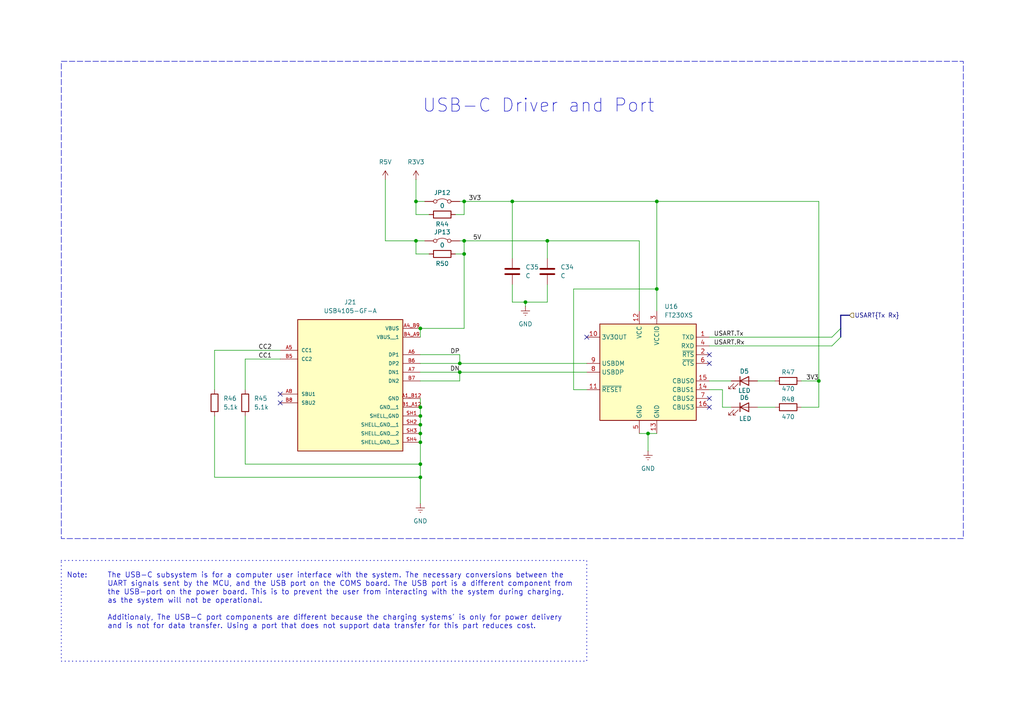
<source format=kicad_sch>
(kicad_sch (version 20231120) (generator "eeschema") (generator_version "8.0")
  (paper "A4")
  (title_block (title "MoP - USB-C") (rev "1.1") (company "ESE  - Conestoga") (comment 1 "Nigel Sinclair") (comment 2 "Matvey Regentov"))
  (lib_symbols
    (symbol "Device:C" (pin_numbers hide) (pin_names (offset 0.254))
      (property "Reference" "C" (at 0.635 2.54 0))
      (property "Value" "C" (at 0.635 -2.54 0))
      (symbol "C_0_1"
        (polyline (pts (xy -2.032 -0.762) (xy 2.032 -0.762)) (stroke (width 0.508)))
        (polyline (pts (xy -2.032 0.762) (xy 2.032 0.762)) (stroke (width 0.508)))
      )
      (symbol "C_1_1"
        (pin passive line (at 0 3.81 270) (length 2.794) (name "~") (number "1"))
        (pin passive line (at 0 -3.81 90) (length 2.794) (name "~") (number "2"))
      )
    )
    (symbol "Device:LED" (pin_numbers hide) (pin_names (offset 1.016) hide)
      (property "Reference" "D" (at 0 2.54 0))
      (property "Value" "LED" (at 0 -2.54 0))
      (symbol "LED_0_1"
        (polyline (pts (xy -1.27 -1.27) (xy -1.27 1.27)) (stroke (width 0.254)))
        (polyline (pts (xy -1.27 0) (xy 1.27 0)))
        (polyline (pts (xy 1.27 -1.27) (xy 1.27 1.27) (xy -1.27 0) (xy 1.27 -1.27)) (stroke (width 0.254)))
        (polyline (pts (xy -3.048 -0.762) (xy -4.572 -2.286) (xy -3.81 -2.286) (xy -4.572 -2.286) (xy -4.572 -1.524)))
        (polyline (pts (xy -1.778 -0.762) (xy -3.302 -2.286) (xy -2.54 -2.286) (xy -3.302 -2.286) (xy -3.302 -1.524)))
      )
      (symbol "LED_1_1"
        (pin passive line (at -3.81 0 0) (length 2.54) (name "K") (number "1"))
        (pin passive line (at 3.81 0 180) (length 2.54) (name "A") (number "2"))
      )
    )
    (symbol "Device:R" (pin_numbers hide) (pin_names (offset 0))
      (property "Reference" "R" (at 2.032 0 90))
      (property "Value" "R" (at 0 0 90))
      (symbol "R_0_1"
        (rectangle (start -1.016 -2.54) (end 1.016 2.54) (stroke (width 0.254)))
      )
      (symbol "R_1_1"
        (pin passive line (at 0 3.81 270) (length 1.27) (name "~") (number "1"))
        (pin passive line (at 0 -3.81 90) (length 1.27) (name "~") (number "2"))
      )
    )
    (symbol "Interface_USB:FT230XS"
      (property "Reference" "U" (at -13.97 15.24 0))
      (property "Value" "FT230XS" (at 7.62 15.24 0))
      (symbol "FT230XS_0_1"
        (rectangle (start -13.97 13.97) (end 13.97 -13.97) (stroke (width 0.254)) (fill (type background)))
      )
      (symbol "FT230XS_1_1"
        (pin output line (at 17.78 10.16 180) (length 3.81) (name "TXD") (number "1"))
        (pin power_out line (at -17.78 10.16 0) (length 3.81) (name "3V3OUT") (number "10"))
        (pin input line (at -17.78 -5.08 0) (length 3.81) (name "~{RESET}") (number "11"))
        (pin power_in line (at -2.54 17.78 270) (length 3.81) (name "VCC") (number "12"))
        (pin power_in line (at 2.54 -17.78 90) (length 3.81) (name "GND") (number "13"))
        (pin bidirectional line (at 17.78 -5.08 180) (length 3.81) (name "CBUS1") (number "14"))
        (pin bidirectional line (at 17.78 -2.54 180) (length 3.81) (name "CBUS0") (number "15"))
        (pin bidirectional line (at 17.78 -10.16 180) (length 3.81) (name "CBUS3") (number "16"))
        (pin output line (at 17.78 5.08 180) (length 3.81) (name "~{RTS}") (number "2"))
        (pin power_in line (at 2.54 17.78 270) (length 3.81) (name "VCCIO") (number "3"))
        (pin input line (at 17.78 7.62 180) (length 3.81) (name "RXD") (number "4"))
        (pin power_in line (at -2.54 -17.78 90) (length 3.81) (name "GND") (number "5"))
        (pin input line (at 17.78 2.54 180) (length 3.81) (name "~{CTS}") (number "6"))
        (pin bidirectional line (at 17.78 -7.62 180) (length 3.81) (name "CBUS2") (number "7"))
        (pin bidirectional line (at -17.78 0 0) (length 3.81) (name "USBDP") (number "8"))
        (pin bidirectional line (at -17.78 2.54 0) (length 3.81) (name "USBDM") (number "9"))
      )
    )
    (symbol "Jumper:Jumper_2_Bridged" (pin_numbers hide) (pin_names (offset 0) hide) (exclude_from_sim yes)
      (property "Reference" "JP" (at 0 1.905 0))
      (property "Value" "Jumper_2_Bridged" (at 0 -2.54 0))
      (symbol "Jumper_2_Bridged_0_0"
        (circle (center -2.032 0) (radius 0.508))
        (circle (center 2.032 0) (radius 0.508))
      )
      (symbol "Jumper_2_Bridged_0_1"
        (arc (start 1.524 0.254) (mid 0 0.762) (end -1.524 0.254))
      )
      (symbol "Jumper_2_Bridged_1_1"
        (pin passive line (at -5.08 0 0) (length 2.54) (name "A") (number "1"))
        (pin passive line (at 5.08 0 180) (length 2.54) (name "B") (number "2"))
      )
    )
    (symbol "Nigels_Library:USB4105-GF-A" (pin_names (offset 1.016))
      (property "Reference" "J" (at -15.24 13.97 0))
      (property "Value" "USB4105-GF-A" (at -15.24 -27.94 0))
      (symbol "USB4105-GF-A_0_0"
        (rectangle (start -15.24 12.7) (end 15.24 -25.4) (stroke (width 0.254)) (fill (type background)))
        (pin power_in line (at 20.32 -10.16 180) (length 5.08) (name "GND") (number "A1_B12"))
        (pin power_in line (at 20.32 10.16 180) (length 5.08) (name "VBUS") (number "A4_B9"))
        (pin bidirectional line (at -20.32 3.81 0) (length 5.08) (name "CC1") (number "A5"))
        (pin bidirectional line (at 20.32 2.54 180) (length 5.08) (name "DP1") (number "A6"))
        (pin bidirectional line (at 20.32 -2.54 180) (length 5.08) (name "DN1") (number "A7"))
        (pin bidirectional line (at -20.32 -8.89 0) (length 5.08) (name "SBU1") (number "A8"))
        (pin power_in line (at 20.32 -12.7 180) (length 5.08) (name "GND__1") (number "B1_A12"))
        (pin power_in line (at 20.32 7.62 180) (length 5.08) (name "VBUS__1") (number "B4_A9"))
        (pin bidirectional line (at -20.32 1.27 0) (length 5.08) (name "CC2") (number "B5"))
        (pin bidirectional line (at 20.32 0 180) (length 5.08) (name "DP2") (number "B6"))
        (pin bidirectional line (at 20.32 -5.08 180) (length 5.08) (name "DN2") (number "B7"))
        (pin bidirectional line (at -20.32 -11.43 0) (length 5.08) (name "SBU2") (number "B8"))
        (pin power_in line (at 20.32 -15.24 180) (length 5.08) (name "SHELL_GND") (number "SH1"))
        (pin power_in line (at 20.32 -17.78 180) (length 5.08) (name "SHELL_GND__1") (number "SH2"))
        (pin power_in line (at 20.32 -20.32 180) (length 5.08) (name "SHELL_GND__2") (number "SH3"))
        (pin power_in line (at 20.32 -22.86 180) (length 5.08) (name "SHELL_GND__3") (number "SH4"))
      )
    )
    (symbol "power:+3V3" (power) (pin_numbers hide) (pin_names (offset 0) hide)
      (property "Value" "+3V3" (at 0 3.556 0))
      (symbol "+3V3_0_1"
        (polyline (pts (xy -0.762 1.27) (xy 0 2.54)))
        (polyline (pts (xy 0 0) (xy 0 2.54)))
        (polyline (pts (xy 0 2.54) (xy 0.762 1.27)))
      )
      (symbol "+3V3_1_1"
        (pin power_in line (at 0 0 90) (length 0) (name "~") (number "1"))
      )
    )
    (symbol "power:GNDREF" (power) (pin_numbers hide) (pin_names (offset 0) hide)
      (property "Value" "GNDREF" (at 0 -3.81 0))
      (symbol "GNDREF_0_1"
        (polyline (pts (xy -0.635 -1.905) (xy 0.635 -1.905)))
        (polyline (pts (xy -0.127 -2.54) (xy 0.127 -2.54)))
        (polyline (pts (xy 0 -1.27) (xy 0 0)))
        (polyline (pts (xy 1.27 -1.27) (xy -1.27 -1.27)))
      )
      (symbol "GNDREF_1_1"
        (pin power_in line (at 0 0 270) (length 0) (name "~") (number "1"))
      )
    )
  )
  (junction (at 120.65 69.85))
  (junction (at 121.92 128.27))
  (junction (at 121.92 125.73))
  (junction (at 237.49 110.49))
  (junction (at 133.35 107.95))
  (junction (at 148.59 58.42))
  (junction (at 120.65 58.42))
  (junction (at 152.4 87.63))
  (junction (at 187.96 125.73))
  (junction (at 134.62 73.66))
  (junction (at 190.5 83.82))
  (junction (at 158.75 69.85))
  (junction (at 134.62 69.85))
  (junction (at 133.35 105.41))
  (junction (at 134.62 58.42))
  (junction (at 190.5 58.42))
  (junction (at 121.92 123.19))
  (junction (at 121.92 120.65))
  (junction (at 121.92 134.62))
  (junction (at 121.92 95.25))
  (junction (at 121.92 138.43))
  (junction (at 121.92 118.11))
  (no_connect (at 170.18 97.79))
  (no_connect (at 205.74 102.87))
  (no_connect (at 205.74 118.11))
  (no_connect (at 205.74 105.41))
  (no_connect (at 81.28 114.3))
  (no_connect (at 205.74 115.57))
  (no_connect (at 81.28 116.84))
  (bus_entry (at 241.3 100.33) (size 2.54 -2.54))
  (bus_entry (at 241.3 97.79) (size 2.54 -2.54))
  (wire (pts (xy 148.59 87.63) (xy 152.4 87.63)))
  (wire (pts (xy 124.46 73.66) (xy 120.65 73.66)))
  (wire (pts (xy 190.5 58.42) (xy 190.5 83.82)))
  (wire (pts (xy 219.71 118.11) (xy 224.79 118.11)))
  (wire (pts (xy 237.49 110.49) (xy 237.49 118.11)))
  (wire (pts (xy 121.92 120.65) (xy 121.92 118.11)))
  (wire (pts (xy 166.37 83.82) (xy 190.5 83.82)))
  (wire (pts (xy 121.92 95.25) (xy 121.92 97.79)))
  (wire (pts (xy 133.35 69.85) (xy 134.62 69.85)))
  (wire (pts (xy 111.76 69.85) (xy 120.65 69.85)))
  (wire (pts (xy 71.12 104.14) (xy 71.12 113.03)))
  (wire (pts (xy 152.4 88.9) (xy 152.4 87.63)))
  (wire (pts (xy 237.49 58.42) (xy 237.49 110.49)))
  (wire (pts (xy 152.4 87.63) (xy 158.75 87.63)))
  (wire (pts (xy 81.28 104.14) (xy 71.12 104.14)))
  (bus (pts (xy 243.84 95.25) (xy 243.84 97.79)))
  (wire (pts (xy 124.46 62.23) (xy 120.65 62.23)))
  (wire (pts (xy 121.92 125.73) (xy 121.92 123.19)))
  (wire (pts (xy 219.71 110.49) (xy 224.79 110.49)))
  (wire (pts (xy 120.65 73.66) (xy 120.65 69.85)))
  (bus (pts (xy 243.84 91.44) (xy 246.38 91.44)))
  (wire (pts (xy 71.12 134.62) (xy 121.92 134.62)))
  (wire (pts (xy 134.62 73.66) (xy 134.62 69.85)))
  (wire (pts (xy 121.92 118.11) (xy 121.92 115.57)))
  (wire (pts (xy 185.42 90.17) (xy 185.42 69.85)))
  (wire (pts (xy 205.74 110.49) (xy 212.09 110.49)))
  (wire (pts (xy 133.35 105.41) (xy 170.18 105.41)))
  (wire (pts (xy 111.76 52.07) (xy 111.76 69.85)))
  (wire (pts (xy 209.55 118.11) (xy 212.09 118.11)))
  (wire (pts (xy 133.35 58.42) (xy 134.62 58.42)))
  (wire (pts (xy 133.35 107.95) (xy 133.35 110.49)))
  (wire (pts (xy 166.37 113.03) (xy 166.37 83.82)))
  (wire (pts (xy 190.5 58.42) (xy 148.59 58.42)))
  (wire (pts (xy 148.59 58.42) (xy 148.59 74.93)))
  (wire (pts (xy 81.28 101.6) (xy 62.23 101.6)))
  (wire (pts (xy 237.49 118.11) (xy 232.41 118.11)))
  (wire (pts (xy 120.65 62.23) (xy 120.65 58.42)))
  (wire (pts (xy 190.5 83.82) (xy 190.5 90.17)))
  (wire (pts (xy 187.96 125.73) (xy 187.96 130.81)))
  (wire (pts (xy 121.92 146.05) (xy 121.92 138.43)))
  (wire (pts (xy 237.49 110.49) (xy 232.41 110.49)))
  (wire (pts (xy 120.65 69.85) (xy 123.19 69.85)))
  (wire (pts (xy 120.65 58.42) (xy 123.19 58.42)))
  (wire (pts (xy 121.92 95.25) (xy 134.62 95.25)))
  (wire (pts (xy 133.35 107.95) (xy 170.18 107.95)))
  (wire (pts (xy 121.92 107.95) (xy 133.35 107.95)))
  (wire (pts (xy 121.92 128.27) (xy 121.92 125.73)))
  (wire (pts (xy 209.55 113.03) (xy 209.55 118.11)))
  (wire (pts (xy 133.35 102.87) (xy 133.35 105.41)))
  (wire (pts (xy 121.92 110.49) (xy 133.35 110.49)))
  (wire (pts (xy 120.65 52.07) (xy 120.65 58.42)))
  (wire (pts (xy 205.74 113.03) (xy 209.55 113.03)))
  (wire (pts (xy 187.96 125.73) (xy 190.5 125.73)))
  (wire (pts (xy 134.62 62.23) (xy 132.08 62.23)))
  (wire (pts (xy 121.92 138.43) (xy 121.92 134.62)))
  (wire (pts (xy 185.42 69.85) (xy 158.75 69.85)))
  (wire (pts (xy 158.75 82.55) (xy 158.75 87.63)))
  (wire (pts (xy 190.5 58.42) (xy 237.49 58.42)))
  (wire (pts (xy 205.74 100.33) (xy 241.3 100.33)))
  (wire (pts (xy 121.92 105.41) (xy 133.35 105.41)))
  (wire (pts (xy 205.74 97.79) (xy 241.3 97.79)))
  (wire (pts (xy 62.23 138.43) (xy 121.92 138.43)))
  (wire (pts (xy 185.42 125.73) (xy 187.96 125.73)))
  (wire (pts (xy 134.62 69.85) (xy 158.75 69.85)))
  (wire (pts (xy 121.92 134.62) (xy 121.92 128.27)))
  (wire (pts (xy 121.92 102.87) (xy 133.35 102.87)))
  (wire (pts (xy 148.59 82.55) (xy 148.59 87.63)))
  (wire (pts (xy 62.23 120.65) (xy 62.23 138.43)))
  (wire (pts (xy 62.23 101.6) (xy 62.23 113.03)))
  (wire (pts (xy 134.62 95.25) (xy 134.62 73.66)))
  (wire (pts (xy 158.75 69.85) (xy 158.75 74.93)))
  (wire (pts (xy 121.92 123.19) (xy 121.92 120.65)))
  (wire (pts (xy 134.62 73.66) (xy 132.08 73.66)))
  (wire (pts (xy 71.12 120.65) (xy 71.12 134.62)))
  (wire (pts (xy 134.62 58.42) (xy 134.62 62.23)))
  (wire (pts (xy 170.18 113.03) (xy 166.37 113.03)))
  (bus (pts (xy 243.84 91.44) (xy 243.84 95.25)))
  (wire (pts (xy 134.62 58.42) (xy 148.59 58.42)))
  (rectangle (start 17.78 162.56) (end 170.18 191.77) (stroke (width 0.254) (type dot)))
  (rectangle (start 17.78 17.78) (end 279.4 156.21) (stroke (width 0) (type dash)))
  (text "USB-C Driver and Port\n" (at 156.21 30.734 0) (effects (font (size 3.81 3.81))))
  (text "Note: 	The USB-C subsystem is for a computer user interface with the system. The necessary conversions between the \n		UART signals sent by the MCU, and the USB port on the COMS board. The USB port is a different component from \n		the USB-port on the power board. This is to prevent the user from interacting with the system during charging, \n		as the system will not be operational. \n\n		Additionaly, The USB-C port components are different because the charging systems' is only for power delivery \n		and is not for data transfer. Using a port that does not support data transfer for this part reduces cost.\n		" (at 19.304 175.514 0) (effects (font (size 1.524 1.524)) (justify left)))
  (label "DP" (at 133.35 102.87 180))
  (label "USART.Rx" (at 207.01 100.33 0))
  (label "3V3" (at 135.89 58.42 0))
  (label "CC2" (at 74.93 101.6 0))
  (label "3V3" (at 237.49 110.49 180))
  (label "USART.Tx" (at 207.01 97.79 0))
  (label "CC1" (at 74.93 104.14 0))
  (label "DN" (at 133.35 107.95 180))
  (label "5V" (at 137.16 69.85 0))
  (hierarchical_label "USART{Tx Rx}" (shape input) (at 246.38 91.44 0))
  (symbol (lib_id "Device:LED") (at 215.9 110.49 0) (unit 1)
    (property "Reference" "D5" (at 215.9 107.696 0))
    (property "Value" "LED" (at 215.9 113.284 0))
    (property "Footprint" "LED_SMD:LED_0805_2012Metric" (effects (hide yes)))
    (property "Description" "Light emitting diode" (effects (hide yes)))
  )
  (symbol (lib_id "power:+3V3") (at 120.65 52.07 0) (unit 1)
    (property "Reference" "#PWR026" (effects (hide yes)))
    (property "Value" "R3V3" (at 120.65 46.99 0))
    (property "Description" "Power symbol creates a global label with name \"+3V3\"" (effects (hide yes)))
  )
  (symbol (lib_id "Jumper:Jumper_2_Bridged") (at 128.27 69.85 0) (unit 1) (exclude_from_sim yes)
    (property "Reference" "JP13" (at 128.27 67.31 0))
    (property "Value" "Jumper_2_Bridged" (effects (hide yes)))
    (property "Description" "Jumper, 2-pole, closed/bridged" (effects (hide yes)))
  )
  (symbol (lib_id "Nigels_Library:USB4105-GF-A") (at 101.6 105.41 0) (unit 1)
    (property "Reference" "J21" (at 101.6 87.63 0))
    (property "Value" "USB4105-GF-A" (at 101.6 90.17 0))
    (property "Footprint" "Nigels_Library:GCT_USB4105-GF-A" (effects (hide yes)))
    (property "PARTREV" "B4" (effects (hide yes)))
    (property "STANDARD" "Manufacturer Recommendations" (effects (hide yes)))
    (property "MAXIMUM_PACKAGE_HEIGHT" "3.31 mm" (effects (hide yes)))
    (property "MANUFACTURER" "GCT" (effects (hide yes)))
  )
  (symbol (lib_id "Device:R") (at 62.23 116.84 0) (unit 1)
    (property "Reference" "R46" (at 64.77 115.5699 0) (effects (justify left)))
    (property "Value" "5.1k" (at 64.77 118.1099 0) (effects (justify left)))
    (property "Footprint" "Resistor_SMD:R_0805_2012Metric" (effects (hide yes)))
    (property "Description" "Resistor" (effects (hide yes)))
  )
  (symbol (lib_id "power:GNDREF") (at 187.96 130.81 0) (unit 1)
    (property "Reference" "#PWR018" (effects (hide yes)))
    (property "Value" "GND" (at 187.96 135.89 0))
    (property "Description" "Power symbol creates a global label with name \"GNDREF\" , reference supply ground" (effects (hide yes)))
  )
  (symbol (lib_id "power:+3V3") (at 111.76 52.07 0) (unit 1)
    (property "Reference" "#PWR027" (effects (hide yes)))
    (property "Value" "R5V" (at 111.76 46.99 0))
    (property "Description" "Power symbol creates a global label with name \"+3V3\"" (effects (hide yes)))
  )
  (symbol (lib_id "Jumper:Jumper_2_Bridged") (at 128.27 58.42 0) (unit 1) (exclude_from_sim yes)
    (property "Reference" "JP12" (at 128.27 55.88 0))
    (property "Value" "Jumper_2_Bridged" (effects (hide yes)))
    (property "Description" "Jumper, 2-pole, closed/bridged" (effects (hide yes)))
  )
  (symbol (lib_id "Device:R") (at 128.27 73.66 90) (unit 1)
    (property "Reference" "R50" (at 128.27 76.454 90))
    (property "Value" "0" (at 128.27 71.12 90))
    (property "Footprint" "Resistor_SMD:R_0805_2012Metric" (effects (hide yes)))
    (property "Description" "Resistor" (effects (hide yes)))
  )
  (symbol (lib_id "Device:R") (at 71.12 116.84 0) (unit 1)
    (property "Reference" "R45" (at 73.66 115.5699 0) (effects (justify left)))
    (property "Value" "5.1k" (at 73.66 118.1099 0) (effects (justify left)))
    (property "Footprint" "Resistor_SMD:R_0805_2012Metric" (effects (hide yes)))
    (property "Description" "Resistor" (effects (hide yes)))
  )
  (symbol (lib_id "Device:R") (at 228.6 118.11 90) (unit 1)
    (property "Reference" "R48" (at 228.6 115.824 90))
    (property "Value" "470" (at 228.6 120.904 90))
    (property "Footprint" "Resistor_SMD:R_0805_2012Metric" (effects (hide yes)))
    (property "Description" "Resistor" (effects (hide yes)))
  )
  (symbol (lib_id "Interface_USB:FT230XS") (at 187.96 107.95 0) (unit 1)
    (property "Reference" "U16" (at 192.6941 88.9 0) (effects (justify left)))
    (property "Value" "FT230XS" (at 192.6941 91.44 0) (effects (justify left)))
    (property "Footprint" "Package_SO:SSOP-16_3.9x4.9mm_P0.635mm" (effects (hide yes)))
    (property "Datasheet" "https://www.ftdichip.com/Support/Documents/DataSheets/ICs/DS_FT230X.pdf" (effects (hide yes)))
    (property "Description" "Full Speed USB to Basic UART, SSOP-16" (effects (hide yes)))
  )
  (symbol (lib_id "Device:LED") (at 215.9 118.11 0) (unit 1)
    (property "Reference" "D6" (at 215.9 115.316 0))
    (property "Value" "LED" (at 216.154 121.412 0))
    (property "Footprint" "LED_SMD:LED_0805_2012Metric" (effects (hide yes)))
    (property "Description" "Light emitting diode" (effects (hide yes)))
  )
  (symbol (lib_id "Device:R") (at 228.6 110.49 90) (unit 1)
    (property "Reference" "R47" (at 228.6 107.95 90))
    (property "Value" "470" (at 228.6 112.776 90))
    (property "Footprint" "Resistor_SMD:R_0805_2012Metric" (effects (hide yes)))
    (property "Description" "Resistor" (effects (hide yes)))
  )
  (symbol (lib_id "Device:R") (at 128.27 62.23 90) (unit 1)
    (property "Reference" "R44" (at 128.27 65.024 90))
    (property "Value" "0" (at 128.27 59.69 90))
    (property "Footprint" "Resistor_SMD:R_0805_2012Metric" (effects (hide yes)))
    (property "Description" "Resistor" (effects (hide yes)))
  )
  (symbol (lib_id "Device:C") (at 158.75 78.74 0) (unit 1)
    (property "Reference" "C34" (at 162.56 77.4699 0) (effects (justify left)))
    (property "Value" "C" (at 162.56 80.0099 0) (effects (justify left)))
    (property "Footprint" "Capacitor_SMD:C_0805_2012Metric_Pad1.18x1.45mm_HandSolder" (effects (hide yes)))
    (property "Description" "Unpolarized capacitor" (effects (hide yes)))
  )
  (symbol (lib_id "power:GNDREF") (at 121.92 146.05 0) (unit 1)
    (property "Reference" "#PWR016" (effects (hide yes)))
    (property "Value" "GND" (at 121.92 151.13 0))
    (property "Description" "Power symbol creates a global label with name \"GNDREF\" , reference supply ground" (effects (hide yes)))
  )
  (symbol (lib_id "Device:C") (at 148.59 78.74 0) (unit 1)
    (property "Reference" "C35" (at 152.4 77.4699 0) (effects (justify left)))
    (property "Value" "C" (at 152.4 80.0099 0) (effects (justify left)))
    (property "Footprint" "Capacitor_SMD:C_0805_2012Metric_Pad1.18x1.45mm_HandSolder" (effects (hide yes)))
    (property "Description" "Unpolarized capacitor" (effects (hide yes)))
  )
  (symbol (lib_id "power:GNDREF") (at 152.4 88.9 0) (unit 1)
    (property "Reference" "#PWR017" (effects (hide yes)))
    (property "Value" "GND" (at 152.4 93.98 0))
    (property "Description" "Power symbol creates a global label with name \"GNDREF\" , reference supply ground" (effects (hide yes)))
  )
)
</source>
